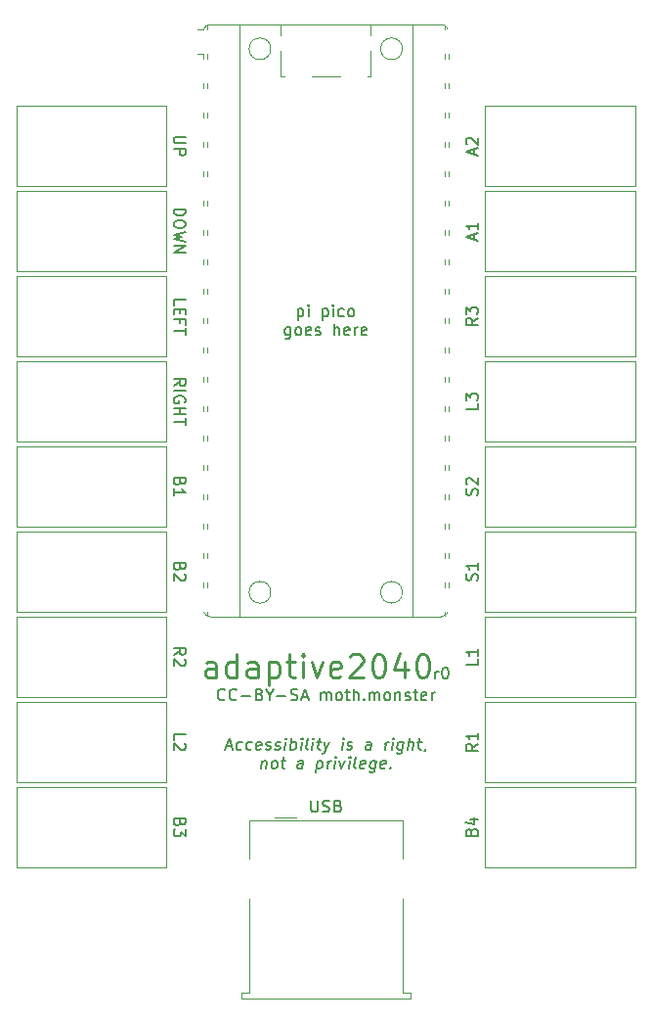
<source format=gbr>
%TF.GenerationSoftware,KiCad,Pcbnew,7.0.10*%
%TF.CreationDate,2024-03-07T13:06:01-05:00*%
%TF.ProjectId,adaptive-2040-nomoth,61646170-7469-4766-952d-323034302d6e,0*%
%TF.SameCoordinates,Original*%
%TF.FileFunction,Legend,Top*%
%TF.FilePolarity,Positive*%
%FSLAX46Y46*%
G04 Gerber Fmt 4.6, Leading zero omitted, Abs format (unit mm)*
G04 Created by KiCad (PCBNEW 7.0.10) date 2024-03-07 13:06:01*
%MOMM*%
%LPD*%
G01*
G04 APERTURE LIST*
%ADD10C,0.150000*%
%ADD11C,0.250000*%
%ADD12C,0.120000*%
G04 APERTURE END LIST*
D10*
X96415904Y-170941104D02*
X96892094Y-170941104D01*
X96284951Y-171226819D02*
X96743285Y-170226819D01*
X96743285Y-170226819D02*
X96951618Y-171226819D01*
X97719475Y-171179200D02*
X97618285Y-171226819D01*
X97618285Y-171226819D02*
X97427809Y-171226819D01*
X97427809Y-171226819D02*
X97338523Y-171179200D01*
X97338523Y-171179200D02*
X97296856Y-171131580D01*
X97296856Y-171131580D02*
X97261142Y-171036342D01*
X97261142Y-171036342D02*
X97296856Y-170750628D01*
X97296856Y-170750628D02*
X97356380Y-170655390D01*
X97356380Y-170655390D02*
X97409951Y-170607771D01*
X97409951Y-170607771D02*
X97511142Y-170560152D01*
X97511142Y-170560152D02*
X97701618Y-170560152D01*
X97701618Y-170560152D02*
X97790904Y-170607771D01*
X98576618Y-171179200D02*
X98475428Y-171226819D01*
X98475428Y-171226819D02*
X98284952Y-171226819D01*
X98284952Y-171226819D02*
X98195666Y-171179200D01*
X98195666Y-171179200D02*
X98153999Y-171131580D01*
X98153999Y-171131580D02*
X98118285Y-171036342D01*
X98118285Y-171036342D02*
X98153999Y-170750628D01*
X98153999Y-170750628D02*
X98213523Y-170655390D01*
X98213523Y-170655390D02*
X98267094Y-170607771D01*
X98267094Y-170607771D02*
X98368285Y-170560152D01*
X98368285Y-170560152D02*
X98558761Y-170560152D01*
X98558761Y-170560152D02*
X98648047Y-170607771D01*
X99386142Y-171179200D02*
X99284952Y-171226819D01*
X99284952Y-171226819D02*
X99094475Y-171226819D01*
X99094475Y-171226819D02*
X99005190Y-171179200D01*
X99005190Y-171179200D02*
X98969475Y-171083961D01*
X98969475Y-171083961D02*
X99017095Y-170703009D01*
X99017095Y-170703009D02*
X99076618Y-170607771D01*
X99076618Y-170607771D02*
X99177809Y-170560152D01*
X99177809Y-170560152D02*
X99368285Y-170560152D01*
X99368285Y-170560152D02*
X99457571Y-170607771D01*
X99457571Y-170607771D02*
X99493285Y-170703009D01*
X99493285Y-170703009D02*
X99481380Y-170798247D01*
X99481380Y-170798247D02*
X98993285Y-170893485D01*
X99814714Y-171179200D02*
X99903999Y-171226819D01*
X99903999Y-171226819D02*
X100094476Y-171226819D01*
X100094476Y-171226819D02*
X100195666Y-171179200D01*
X100195666Y-171179200D02*
X100255190Y-171083961D01*
X100255190Y-171083961D02*
X100261142Y-171036342D01*
X100261142Y-171036342D02*
X100225428Y-170941104D01*
X100225428Y-170941104D02*
X100136142Y-170893485D01*
X100136142Y-170893485D02*
X99993285Y-170893485D01*
X99993285Y-170893485D02*
X99903999Y-170845866D01*
X99903999Y-170845866D02*
X99868285Y-170750628D01*
X99868285Y-170750628D02*
X99874238Y-170703009D01*
X99874238Y-170703009D02*
X99933761Y-170607771D01*
X99933761Y-170607771D02*
X100034952Y-170560152D01*
X100034952Y-170560152D02*
X100177809Y-170560152D01*
X100177809Y-170560152D02*
X100267095Y-170607771D01*
X100624238Y-171179200D02*
X100713523Y-171226819D01*
X100713523Y-171226819D02*
X100904000Y-171226819D01*
X100904000Y-171226819D02*
X101005190Y-171179200D01*
X101005190Y-171179200D02*
X101064714Y-171083961D01*
X101064714Y-171083961D02*
X101070666Y-171036342D01*
X101070666Y-171036342D02*
X101034952Y-170941104D01*
X101034952Y-170941104D02*
X100945666Y-170893485D01*
X100945666Y-170893485D02*
X100802809Y-170893485D01*
X100802809Y-170893485D02*
X100713523Y-170845866D01*
X100713523Y-170845866D02*
X100677809Y-170750628D01*
X100677809Y-170750628D02*
X100683762Y-170703009D01*
X100683762Y-170703009D02*
X100743285Y-170607771D01*
X100743285Y-170607771D02*
X100844476Y-170560152D01*
X100844476Y-170560152D02*
X100987333Y-170560152D01*
X100987333Y-170560152D02*
X101076619Y-170607771D01*
X101475428Y-171226819D02*
X101558762Y-170560152D01*
X101600428Y-170226819D02*
X101546857Y-170274438D01*
X101546857Y-170274438D02*
X101588524Y-170322057D01*
X101588524Y-170322057D02*
X101642095Y-170274438D01*
X101642095Y-170274438D02*
X101600428Y-170226819D01*
X101600428Y-170226819D02*
X101588524Y-170322057D01*
X101951618Y-171226819D02*
X102076618Y-170226819D01*
X102028999Y-170607771D02*
X102130190Y-170560152D01*
X102130190Y-170560152D02*
X102320666Y-170560152D01*
X102320666Y-170560152D02*
X102409952Y-170607771D01*
X102409952Y-170607771D02*
X102451618Y-170655390D01*
X102451618Y-170655390D02*
X102487333Y-170750628D01*
X102487333Y-170750628D02*
X102451618Y-171036342D01*
X102451618Y-171036342D02*
X102392095Y-171131580D01*
X102392095Y-171131580D02*
X102338523Y-171179200D01*
X102338523Y-171179200D02*
X102237333Y-171226819D01*
X102237333Y-171226819D02*
X102046856Y-171226819D01*
X102046856Y-171226819D02*
X101957571Y-171179200D01*
X102856380Y-171226819D02*
X102939714Y-170560152D01*
X102981380Y-170226819D02*
X102927809Y-170274438D01*
X102927809Y-170274438D02*
X102969476Y-170322057D01*
X102969476Y-170322057D02*
X103023047Y-170274438D01*
X103023047Y-170274438D02*
X102981380Y-170226819D01*
X102981380Y-170226819D02*
X102969476Y-170322057D01*
X103475428Y-171226819D02*
X103386142Y-171179200D01*
X103386142Y-171179200D02*
X103350428Y-171083961D01*
X103350428Y-171083961D02*
X103457570Y-170226819D01*
X103856380Y-171226819D02*
X103939714Y-170560152D01*
X103981380Y-170226819D02*
X103927809Y-170274438D01*
X103927809Y-170274438D02*
X103969476Y-170322057D01*
X103969476Y-170322057D02*
X104023047Y-170274438D01*
X104023047Y-170274438D02*
X103981380Y-170226819D01*
X103981380Y-170226819D02*
X103969476Y-170322057D01*
X104273047Y-170560152D02*
X104653999Y-170560152D01*
X104457570Y-170226819D02*
X104350428Y-171083961D01*
X104350428Y-171083961D02*
X104386142Y-171179200D01*
X104386142Y-171179200D02*
X104475428Y-171226819D01*
X104475428Y-171226819D02*
X104570666Y-171226819D01*
X104892095Y-170560152D02*
X105046857Y-171226819D01*
X105368285Y-170560152D02*
X105046857Y-171226819D01*
X105046857Y-171226819D02*
X104921857Y-171464914D01*
X104921857Y-171464914D02*
X104868285Y-171512533D01*
X104868285Y-171512533D02*
X104767095Y-171560152D01*
X106427809Y-171226819D02*
X106511143Y-170560152D01*
X106552809Y-170226819D02*
X106499238Y-170274438D01*
X106499238Y-170274438D02*
X106540905Y-170322057D01*
X106540905Y-170322057D02*
X106594476Y-170274438D01*
X106594476Y-170274438D02*
X106552809Y-170226819D01*
X106552809Y-170226819D02*
X106540905Y-170322057D01*
X106862333Y-171179200D02*
X106951618Y-171226819D01*
X106951618Y-171226819D02*
X107142095Y-171226819D01*
X107142095Y-171226819D02*
X107243285Y-171179200D01*
X107243285Y-171179200D02*
X107302809Y-171083961D01*
X107302809Y-171083961D02*
X107308761Y-171036342D01*
X107308761Y-171036342D02*
X107273047Y-170941104D01*
X107273047Y-170941104D02*
X107183761Y-170893485D01*
X107183761Y-170893485D02*
X107040904Y-170893485D01*
X107040904Y-170893485D02*
X106951618Y-170845866D01*
X106951618Y-170845866D02*
X106915904Y-170750628D01*
X106915904Y-170750628D02*
X106921857Y-170703009D01*
X106921857Y-170703009D02*
X106981380Y-170607771D01*
X106981380Y-170607771D02*
X107082571Y-170560152D01*
X107082571Y-170560152D02*
X107225428Y-170560152D01*
X107225428Y-170560152D02*
X107314714Y-170607771D01*
X108904000Y-171226819D02*
X108969476Y-170703009D01*
X108969476Y-170703009D02*
X108933762Y-170607771D01*
X108933762Y-170607771D02*
X108844476Y-170560152D01*
X108844476Y-170560152D02*
X108654000Y-170560152D01*
X108654000Y-170560152D02*
X108552809Y-170607771D01*
X108909952Y-171179200D02*
X108808762Y-171226819D01*
X108808762Y-171226819D02*
X108570666Y-171226819D01*
X108570666Y-171226819D02*
X108481381Y-171179200D01*
X108481381Y-171179200D02*
X108445666Y-171083961D01*
X108445666Y-171083961D02*
X108457571Y-170988723D01*
X108457571Y-170988723D02*
X108517095Y-170893485D01*
X108517095Y-170893485D02*
X108618286Y-170845866D01*
X108618286Y-170845866D02*
X108856381Y-170845866D01*
X108856381Y-170845866D02*
X108957571Y-170798247D01*
X110142095Y-171226819D02*
X110225429Y-170560152D01*
X110201619Y-170750628D02*
X110261143Y-170655390D01*
X110261143Y-170655390D02*
X110314714Y-170607771D01*
X110314714Y-170607771D02*
X110415905Y-170560152D01*
X110415905Y-170560152D02*
X110511143Y-170560152D01*
X110761143Y-171226819D02*
X110844477Y-170560152D01*
X110886143Y-170226819D02*
X110832572Y-170274438D01*
X110832572Y-170274438D02*
X110874239Y-170322057D01*
X110874239Y-170322057D02*
X110927810Y-170274438D01*
X110927810Y-170274438D02*
X110886143Y-170226819D01*
X110886143Y-170226819D02*
X110874239Y-170322057D01*
X111749238Y-170560152D02*
X111648048Y-171369676D01*
X111648048Y-171369676D02*
X111588524Y-171464914D01*
X111588524Y-171464914D02*
X111534952Y-171512533D01*
X111534952Y-171512533D02*
X111433762Y-171560152D01*
X111433762Y-171560152D02*
X111290905Y-171560152D01*
X111290905Y-171560152D02*
X111201619Y-171512533D01*
X111671857Y-171179200D02*
X111570667Y-171226819D01*
X111570667Y-171226819D02*
X111380191Y-171226819D01*
X111380191Y-171226819D02*
X111290905Y-171179200D01*
X111290905Y-171179200D02*
X111249238Y-171131580D01*
X111249238Y-171131580D02*
X111213524Y-171036342D01*
X111213524Y-171036342D02*
X111249238Y-170750628D01*
X111249238Y-170750628D02*
X111308762Y-170655390D01*
X111308762Y-170655390D02*
X111362333Y-170607771D01*
X111362333Y-170607771D02*
X111463524Y-170560152D01*
X111463524Y-170560152D02*
X111654000Y-170560152D01*
X111654000Y-170560152D02*
X111743286Y-170607771D01*
X112142095Y-171226819D02*
X112267095Y-170226819D01*
X112570667Y-171226819D02*
X112636143Y-170703009D01*
X112636143Y-170703009D02*
X112600429Y-170607771D01*
X112600429Y-170607771D02*
X112511143Y-170560152D01*
X112511143Y-170560152D02*
X112368286Y-170560152D01*
X112368286Y-170560152D02*
X112267095Y-170607771D01*
X112267095Y-170607771D02*
X112213524Y-170655390D01*
X112987334Y-170560152D02*
X113368286Y-170560152D01*
X113171857Y-170226819D02*
X113064715Y-171083961D01*
X113064715Y-171083961D02*
X113100429Y-171179200D01*
X113100429Y-171179200D02*
X113189715Y-171226819D01*
X113189715Y-171226819D02*
X113284953Y-171226819D01*
X113671858Y-171179200D02*
X113665905Y-171226819D01*
X113665905Y-171226819D02*
X113606382Y-171322057D01*
X113606382Y-171322057D02*
X113552810Y-171369676D01*
X99511142Y-172170152D02*
X99427808Y-172836819D01*
X99499237Y-172265390D02*
X99552808Y-172217771D01*
X99552808Y-172217771D02*
X99653999Y-172170152D01*
X99653999Y-172170152D02*
X99796856Y-172170152D01*
X99796856Y-172170152D02*
X99886142Y-172217771D01*
X99886142Y-172217771D02*
X99921856Y-172313009D01*
X99921856Y-172313009D02*
X99856380Y-172836819D01*
X100475428Y-172836819D02*
X100386142Y-172789200D01*
X100386142Y-172789200D02*
X100344475Y-172741580D01*
X100344475Y-172741580D02*
X100308761Y-172646342D01*
X100308761Y-172646342D02*
X100344475Y-172360628D01*
X100344475Y-172360628D02*
X100403999Y-172265390D01*
X100403999Y-172265390D02*
X100457570Y-172217771D01*
X100457570Y-172217771D02*
X100558761Y-172170152D01*
X100558761Y-172170152D02*
X100701618Y-172170152D01*
X100701618Y-172170152D02*
X100790904Y-172217771D01*
X100790904Y-172217771D02*
X100832570Y-172265390D01*
X100832570Y-172265390D02*
X100868285Y-172360628D01*
X100868285Y-172360628D02*
X100832570Y-172646342D01*
X100832570Y-172646342D02*
X100773047Y-172741580D01*
X100773047Y-172741580D02*
X100719475Y-172789200D01*
X100719475Y-172789200D02*
X100618285Y-172836819D01*
X100618285Y-172836819D02*
X100475428Y-172836819D01*
X101177809Y-172170152D02*
X101558761Y-172170152D01*
X101362332Y-171836819D02*
X101255190Y-172693961D01*
X101255190Y-172693961D02*
X101290904Y-172789200D01*
X101290904Y-172789200D02*
X101380190Y-172836819D01*
X101380190Y-172836819D02*
X101475428Y-172836819D01*
X102999238Y-172836819D02*
X103064714Y-172313009D01*
X103064714Y-172313009D02*
X103029000Y-172217771D01*
X103029000Y-172217771D02*
X102939714Y-172170152D01*
X102939714Y-172170152D02*
X102749238Y-172170152D01*
X102749238Y-172170152D02*
X102648047Y-172217771D01*
X103005190Y-172789200D02*
X102904000Y-172836819D01*
X102904000Y-172836819D02*
X102665904Y-172836819D01*
X102665904Y-172836819D02*
X102576619Y-172789200D01*
X102576619Y-172789200D02*
X102540904Y-172693961D01*
X102540904Y-172693961D02*
X102552809Y-172598723D01*
X102552809Y-172598723D02*
X102612333Y-172503485D01*
X102612333Y-172503485D02*
X102713524Y-172455866D01*
X102713524Y-172455866D02*
X102951619Y-172455866D01*
X102951619Y-172455866D02*
X103052809Y-172408247D01*
X104320667Y-172170152D02*
X104195667Y-173170152D01*
X104314714Y-172217771D02*
X104415905Y-172170152D01*
X104415905Y-172170152D02*
X104606381Y-172170152D01*
X104606381Y-172170152D02*
X104695667Y-172217771D01*
X104695667Y-172217771D02*
X104737333Y-172265390D01*
X104737333Y-172265390D02*
X104773048Y-172360628D01*
X104773048Y-172360628D02*
X104737333Y-172646342D01*
X104737333Y-172646342D02*
X104677810Y-172741580D01*
X104677810Y-172741580D02*
X104624238Y-172789200D01*
X104624238Y-172789200D02*
X104523048Y-172836819D01*
X104523048Y-172836819D02*
X104332571Y-172836819D01*
X104332571Y-172836819D02*
X104243286Y-172789200D01*
X105142095Y-172836819D02*
X105225429Y-172170152D01*
X105201619Y-172360628D02*
X105261143Y-172265390D01*
X105261143Y-172265390D02*
X105314714Y-172217771D01*
X105314714Y-172217771D02*
X105415905Y-172170152D01*
X105415905Y-172170152D02*
X105511143Y-172170152D01*
X105761143Y-172836819D02*
X105844477Y-172170152D01*
X105886143Y-171836819D02*
X105832572Y-171884438D01*
X105832572Y-171884438D02*
X105874239Y-171932057D01*
X105874239Y-171932057D02*
X105927810Y-171884438D01*
X105927810Y-171884438D02*
X105886143Y-171836819D01*
X105886143Y-171836819D02*
X105874239Y-171932057D01*
X106225429Y-172170152D02*
X106380191Y-172836819D01*
X106380191Y-172836819D02*
X106701619Y-172170152D01*
X106999238Y-172836819D02*
X107082572Y-172170152D01*
X107124238Y-171836819D02*
X107070667Y-171884438D01*
X107070667Y-171884438D02*
X107112334Y-171932057D01*
X107112334Y-171932057D02*
X107165905Y-171884438D01*
X107165905Y-171884438D02*
X107124238Y-171836819D01*
X107124238Y-171836819D02*
X107112334Y-171932057D01*
X107618286Y-172836819D02*
X107529000Y-172789200D01*
X107529000Y-172789200D02*
X107493286Y-172693961D01*
X107493286Y-172693961D02*
X107600428Y-171836819D01*
X108386143Y-172789200D02*
X108284953Y-172836819D01*
X108284953Y-172836819D02*
X108094476Y-172836819D01*
X108094476Y-172836819D02*
X108005191Y-172789200D01*
X108005191Y-172789200D02*
X107969476Y-172693961D01*
X107969476Y-172693961D02*
X108017096Y-172313009D01*
X108017096Y-172313009D02*
X108076619Y-172217771D01*
X108076619Y-172217771D02*
X108177810Y-172170152D01*
X108177810Y-172170152D02*
X108368286Y-172170152D01*
X108368286Y-172170152D02*
X108457572Y-172217771D01*
X108457572Y-172217771D02*
X108493286Y-172313009D01*
X108493286Y-172313009D02*
X108481381Y-172408247D01*
X108481381Y-172408247D02*
X107993286Y-172503485D01*
X109368286Y-172170152D02*
X109267096Y-172979676D01*
X109267096Y-172979676D02*
X109207572Y-173074914D01*
X109207572Y-173074914D02*
X109154000Y-173122533D01*
X109154000Y-173122533D02*
X109052810Y-173170152D01*
X109052810Y-173170152D02*
X108909953Y-173170152D01*
X108909953Y-173170152D02*
X108820667Y-173122533D01*
X109290905Y-172789200D02*
X109189715Y-172836819D01*
X109189715Y-172836819D02*
X108999239Y-172836819D01*
X108999239Y-172836819D02*
X108909953Y-172789200D01*
X108909953Y-172789200D02*
X108868286Y-172741580D01*
X108868286Y-172741580D02*
X108832572Y-172646342D01*
X108832572Y-172646342D02*
X108868286Y-172360628D01*
X108868286Y-172360628D02*
X108927810Y-172265390D01*
X108927810Y-172265390D02*
X108981381Y-172217771D01*
X108981381Y-172217771D02*
X109082572Y-172170152D01*
X109082572Y-172170152D02*
X109273048Y-172170152D01*
X109273048Y-172170152D02*
X109362334Y-172217771D01*
X110148048Y-172789200D02*
X110046858Y-172836819D01*
X110046858Y-172836819D02*
X109856381Y-172836819D01*
X109856381Y-172836819D02*
X109767096Y-172789200D01*
X109767096Y-172789200D02*
X109731381Y-172693961D01*
X109731381Y-172693961D02*
X109779001Y-172313009D01*
X109779001Y-172313009D02*
X109838524Y-172217771D01*
X109838524Y-172217771D02*
X109939715Y-172170152D01*
X109939715Y-172170152D02*
X110130191Y-172170152D01*
X110130191Y-172170152D02*
X110219477Y-172217771D01*
X110219477Y-172217771D02*
X110255191Y-172313009D01*
X110255191Y-172313009D02*
X110243286Y-172408247D01*
X110243286Y-172408247D02*
X109755191Y-172503485D01*
X110630191Y-172741580D02*
X110671858Y-172789200D01*
X110671858Y-172789200D02*
X110618286Y-172836819D01*
X110618286Y-172836819D02*
X110576620Y-172789200D01*
X110576620Y-172789200D02*
X110630191Y-172741580D01*
X110630191Y-172741580D02*
X110618286Y-172836819D01*
X117898104Y-127079285D02*
X117898104Y-126603095D01*
X118183819Y-127174523D02*
X117183819Y-126841190D01*
X117183819Y-126841190D02*
X118183819Y-126507857D01*
X118183819Y-125650714D02*
X118183819Y-126222142D01*
X118183819Y-125936428D02*
X117183819Y-125936428D01*
X117183819Y-125936428D02*
X117326676Y-126031666D01*
X117326676Y-126031666D02*
X117421914Y-126126904D01*
X117421914Y-126126904D02*
X117469533Y-126222142D01*
X118183819Y-141263666D02*
X118183819Y-141739856D01*
X118183819Y-141739856D02*
X117183819Y-141739856D01*
X117183819Y-141025570D02*
X117183819Y-140406523D01*
X117183819Y-140406523D02*
X117564771Y-140739856D01*
X117564771Y-140739856D02*
X117564771Y-140596999D01*
X117564771Y-140596999D02*
X117612390Y-140501761D01*
X117612390Y-140501761D02*
X117660009Y-140454142D01*
X117660009Y-140454142D02*
X117755247Y-140406523D01*
X117755247Y-140406523D02*
X117993342Y-140406523D01*
X117993342Y-140406523D02*
X118088580Y-140454142D01*
X118088580Y-140454142D02*
X118136200Y-140501761D01*
X118136200Y-140501761D02*
X118183819Y-140596999D01*
X118183819Y-140596999D02*
X118183819Y-140882713D01*
X118183819Y-140882713D02*
X118136200Y-140977951D01*
X118136200Y-140977951D02*
X118088580Y-141025570D01*
X92397990Y-177522238D02*
X92350371Y-177665095D01*
X92350371Y-177665095D02*
X92302752Y-177712714D01*
X92302752Y-177712714D02*
X92207514Y-177760333D01*
X92207514Y-177760333D02*
X92064657Y-177760333D01*
X92064657Y-177760333D02*
X91969419Y-177712714D01*
X91969419Y-177712714D02*
X91921800Y-177665095D01*
X91921800Y-177665095D02*
X91874180Y-177569857D01*
X91874180Y-177569857D02*
X91874180Y-177188905D01*
X91874180Y-177188905D02*
X92874180Y-177188905D01*
X92874180Y-177188905D02*
X92874180Y-177522238D01*
X92874180Y-177522238D02*
X92826561Y-177617476D01*
X92826561Y-177617476D02*
X92778942Y-177665095D01*
X92778942Y-177665095D02*
X92683704Y-177712714D01*
X92683704Y-177712714D02*
X92588466Y-177712714D01*
X92588466Y-177712714D02*
X92493228Y-177665095D01*
X92493228Y-177665095D02*
X92445609Y-177617476D01*
X92445609Y-177617476D02*
X92397990Y-177522238D01*
X92397990Y-177522238D02*
X92397990Y-177188905D01*
X92874180Y-178093667D02*
X92874180Y-178712714D01*
X92874180Y-178712714D02*
X92493228Y-178379381D01*
X92493228Y-178379381D02*
X92493228Y-178522238D01*
X92493228Y-178522238D02*
X92445609Y-178617476D01*
X92445609Y-178617476D02*
X92397990Y-178665095D01*
X92397990Y-178665095D02*
X92302752Y-178712714D01*
X92302752Y-178712714D02*
X92064657Y-178712714D01*
X92064657Y-178712714D02*
X91969419Y-178665095D01*
X91969419Y-178665095D02*
X91921800Y-178617476D01*
X91921800Y-178617476D02*
X91874180Y-178522238D01*
X91874180Y-178522238D02*
X91874180Y-178236524D01*
X91874180Y-178236524D02*
X91921800Y-178141286D01*
X91921800Y-178141286D02*
X91969419Y-178093667D01*
X92397990Y-148058238D02*
X92350371Y-148201095D01*
X92350371Y-148201095D02*
X92302752Y-148248714D01*
X92302752Y-148248714D02*
X92207514Y-148296333D01*
X92207514Y-148296333D02*
X92064657Y-148296333D01*
X92064657Y-148296333D02*
X91969419Y-148248714D01*
X91969419Y-148248714D02*
X91921800Y-148201095D01*
X91921800Y-148201095D02*
X91874180Y-148105857D01*
X91874180Y-148105857D02*
X91874180Y-147724905D01*
X91874180Y-147724905D02*
X92874180Y-147724905D01*
X92874180Y-147724905D02*
X92874180Y-148058238D01*
X92874180Y-148058238D02*
X92826561Y-148153476D01*
X92826561Y-148153476D02*
X92778942Y-148201095D01*
X92778942Y-148201095D02*
X92683704Y-148248714D01*
X92683704Y-148248714D02*
X92588466Y-148248714D01*
X92588466Y-148248714D02*
X92493228Y-148201095D01*
X92493228Y-148201095D02*
X92445609Y-148153476D01*
X92445609Y-148153476D02*
X92397990Y-148058238D01*
X92397990Y-148058238D02*
X92397990Y-147724905D01*
X91874180Y-149248714D02*
X91874180Y-148677286D01*
X91874180Y-148963000D02*
X92874180Y-148963000D01*
X92874180Y-148963000D02*
X92731323Y-148867762D01*
X92731323Y-148867762D02*
X92636085Y-148772524D01*
X92636085Y-148772524D02*
X92588466Y-148677286D01*
X96290904Y-166856580D02*
X96243285Y-166904200D01*
X96243285Y-166904200D02*
X96100428Y-166951819D01*
X96100428Y-166951819D02*
X96005190Y-166951819D01*
X96005190Y-166951819D02*
X95862333Y-166904200D01*
X95862333Y-166904200D02*
X95767095Y-166808961D01*
X95767095Y-166808961D02*
X95719476Y-166713723D01*
X95719476Y-166713723D02*
X95671857Y-166523247D01*
X95671857Y-166523247D02*
X95671857Y-166380390D01*
X95671857Y-166380390D02*
X95719476Y-166189914D01*
X95719476Y-166189914D02*
X95767095Y-166094676D01*
X95767095Y-166094676D02*
X95862333Y-165999438D01*
X95862333Y-165999438D02*
X96005190Y-165951819D01*
X96005190Y-165951819D02*
X96100428Y-165951819D01*
X96100428Y-165951819D02*
X96243285Y-165999438D01*
X96243285Y-165999438D02*
X96290904Y-166047057D01*
X97290904Y-166856580D02*
X97243285Y-166904200D01*
X97243285Y-166904200D02*
X97100428Y-166951819D01*
X97100428Y-166951819D02*
X97005190Y-166951819D01*
X97005190Y-166951819D02*
X96862333Y-166904200D01*
X96862333Y-166904200D02*
X96767095Y-166808961D01*
X96767095Y-166808961D02*
X96719476Y-166713723D01*
X96719476Y-166713723D02*
X96671857Y-166523247D01*
X96671857Y-166523247D02*
X96671857Y-166380390D01*
X96671857Y-166380390D02*
X96719476Y-166189914D01*
X96719476Y-166189914D02*
X96767095Y-166094676D01*
X96767095Y-166094676D02*
X96862333Y-165999438D01*
X96862333Y-165999438D02*
X97005190Y-165951819D01*
X97005190Y-165951819D02*
X97100428Y-165951819D01*
X97100428Y-165951819D02*
X97243285Y-165999438D01*
X97243285Y-165999438D02*
X97290904Y-166047057D01*
X97719476Y-166570866D02*
X98481381Y-166570866D01*
X99290904Y-166428009D02*
X99433761Y-166475628D01*
X99433761Y-166475628D02*
X99481380Y-166523247D01*
X99481380Y-166523247D02*
X99528999Y-166618485D01*
X99528999Y-166618485D02*
X99528999Y-166761342D01*
X99528999Y-166761342D02*
X99481380Y-166856580D01*
X99481380Y-166856580D02*
X99433761Y-166904200D01*
X99433761Y-166904200D02*
X99338523Y-166951819D01*
X99338523Y-166951819D02*
X98957571Y-166951819D01*
X98957571Y-166951819D02*
X98957571Y-165951819D01*
X98957571Y-165951819D02*
X99290904Y-165951819D01*
X99290904Y-165951819D02*
X99386142Y-165999438D01*
X99386142Y-165999438D02*
X99433761Y-166047057D01*
X99433761Y-166047057D02*
X99481380Y-166142295D01*
X99481380Y-166142295D02*
X99481380Y-166237533D01*
X99481380Y-166237533D02*
X99433761Y-166332771D01*
X99433761Y-166332771D02*
X99386142Y-166380390D01*
X99386142Y-166380390D02*
X99290904Y-166428009D01*
X99290904Y-166428009D02*
X98957571Y-166428009D01*
X100148047Y-166475628D02*
X100148047Y-166951819D01*
X99814714Y-165951819D02*
X100148047Y-166475628D01*
X100148047Y-166475628D02*
X100481380Y-165951819D01*
X100814714Y-166570866D02*
X101576619Y-166570866D01*
X102005190Y-166904200D02*
X102148047Y-166951819D01*
X102148047Y-166951819D02*
X102386142Y-166951819D01*
X102386142Y-166951819D02*
X102481380Y-166904200D01*
X102481380Y-166904200D02*
X102528999Y-166856580D01*
X102528999Y-166856580D02*
X102576618Y-166761342D01*
X102576618Y-166761342D02*
X102576618Y-166666104D01*
X102576618Y-166666104D02*
X102528999Y-166570866D01*
X102528999Y-166570866D02*
X102481380Y-166523247D01*
X102481380Y-166523247D02*
X102386142Y-166475628D01*
X102386142Y-166475628D02*
X102195666Y-166428009D01*
X102195666Y-166428009D02*
X102100428Y-166380390D01*
X102100428Y-166380390D02*
X102052809Y-166332771D01*
X102052809Y-166332771D02*
X102005190Y-166237533D01*
X102005190Y-166237533D02*
X102005190Y-166142295D01*
X102005190Y-166142295D02*
X102052809Y-166047057D01*
X102052809Y-166047057D02*
X102100428Y-165999438D01*
X102100428Y-165999438D02*
X102195666Y-165951819D01*
X102195666Y-165951819D02*
X102433761Y-165951819D01*
X102433761Y-165951819D02*
X102576618Y-165999438D01*
X102957571Y-166666104D02*
X103433761Y-166666104D01*
X102862333Y-166951819D02*
X103195666Y-165951819D01*
X103195666Y-165951819D02*
X103528999Y-166951819D01*
X104624238Y-166951819D02*
X104624238Y-166285152D01*
X104624238Y-166380390D02*
X104671857Y-166332771D01*
X104671857Y-166332771D02*
X104767095Y-166285152D01*
X104767095Y-166285152D02*
X104909952Y-166285152D01*
X104909952Y-166285152D02*
X105005190Y-166332771D01*
X105005190Y-166332771D02*
X105052809Y-166428009D01*
X105052809Y-166428009D02*
X105052809Y-166951819D01*
X105052809Y-166428009D02*
X105100428Y-166332771D01*
X105100428Y-166332771D02*
X105195666Y-166285152D01*
X105195666Y-166285152D02*
X105338523Y-166285152D01*
X105338523Y-166285152D02*
X105433762Y-166332771D01*
X105433762Y-166332771D02*
X105481381Y-166428009D01*
X105481381Y-166428009D02*
X105481381Y-166951819D01*
X106100428Y-166951819D02*
X106005190Y-166904200D01*
X106005190Y-166904200D02*
X105957571Y-166856580D01*
X105957571Y-166856580D02*
X105909952Y-166761342D01*
X105909952Y-166761342D02*
X105909952Y-166475628D01*
X105909952Y-166475628D02*
X105957571Y-166380390D01*
X105957571Y-166380390D02*
X106005190Y-166332771D01*
X106005190Y-166332771D02*
X106100428Y-166285152D01*
X106100428Y-166285152D02*
X106243285Y-166285152D01*
X106243285Y-166285152D02*
X106338523Y-166332771D01*
X106338523Y-166332771D02*
X106386142Y-166380390D01*
X106386142Y-166380390D02*
X106433761Y-166475628D01*
X106433761Y-166475628D02*
X106433761Y-166761342D01*
X106433761Y-166761342D02*
X106386142Y-166856580D01*
X106386142Y-166856580D02*
X106338523Y-166904200D01*
X106338523Y-166904200D02*
X106243285Y-166951819D01*
X106243285Y-166951819D02*
X106100428Y-166951819D01*
X106719476Y-166285152D02*
X107100428Y-166285152D01*
X106862333Y-165951819D02*
X106862333Y-166808961D01*
X106862333Y-166808961D02*
X106909952Y-166904200D01*
X106909952Y-166904200D02*
X107005190Y-166951819D01*
X107005190Y-166951819D02*
X107100428Y-166951819D01*
X107433762Y-166951819D02*
X107433762Y-165951819D01*
X107862333Y-166951819D02*
X107862333Y-166428009D01*
X107862333Y-166428009D02*
X107814714Y-166332771D01*
X107814714Y-166332771D02*
X107719476Y-166285152D01*
X107719476Y-166285152D02*
X107576619Y-166285152D01*
X107576619Y-166285152D02*
X107481381Y-166332771D01*
X107481381Y-166332771D02*
X107433762Y-166380390D01*
X108338524Y-166856580D02*
X108386143Y-166904200D01*
X108386143Y-166904200D02*
X108338524Y-166951819D01*
X108338524Y-166951819D02*
X108290905Y-166904200D01*
X108290905Y-166904200D02*
X108338524Y-166856580D01*
X108338524Y-166856580D02*
X108338524Y-166951819D01*
X108814714Y-166951819D02*
X108814714Y-166285152D01*
X108814714Y-166380390D02*
X108862333Y-166332771D01*
X108862333Y-166332771D02*
X108957571Y-166285152D01*
X108957571Y-166285152D02*
X109100428Y-166285152D01*
X109100428Y-166285152D02*
X109195666Y-166332771D01*
X109195666Y-166332771D02*
X109243285Y-166428009D01*
X109243285Y-166428009D02*
X109243285Y-166951819D01*
X109243285Y-166428009D02*
X109290904Y-166332771D01*
X109290904Y-166332771D02*
X109386142Y-166285152D01*
X109386142Y-166285152D02*
X109528999Y-166285152D01*
X109528999Y-166285152D02*
X109624238Y-166332771D01*
X109624238Y-166332771D02*
X109671857Y-166428009D01*
X109671857Y-166428009D02*
X109671857Y-166951819D01*
X110290904Y-166951819D02*
X110195666Y-166904200D01*
X110195666Y-166904200D02*
X110148047Y-166856580D01*
X110148047Y-166856580D02*
X110100428Y-166761342D01*
X110100428Y-166761342D02*
X110100428Y-166475628D01*
X110100428Y-166475628D02*
X110148047Y-166380390D01*
X110148047Y-166380390D02*
X110195666Y-166332771D01*
X110195666Y-166332771D02*
X110290904Y-166285152D01*
X110290904Y-166285152D02*
X110433761Y-166285152D01*
X110433761Y-166285152D02*
X110528999Y-166332771D01*
X110528999Y-166332771D02*
X110576618Y-166380390D01*
X110576618Y-166380390D02*
X110624237Y-166475628D01*
X110624237Y-166475628D02*
X110624237Y-166761342D01*
X110624237Y-166761342D02*
X110576618Y-166856580D01*
X110576618Y-166856580D02*
X110528999Y-166904200D01*
X110528999Y-166904200D02*
X110433761Y-166951819D01*
X110433761Y-166951819D02*
X110290904Y-166951819D01*
X111052809Y-166285152D02*
X111052809Y-166951819D01*
X111052809Y-166380390D02*
X111100428Y-166332771D01*
X111100428Y-166332771D02*
X111195666Y-166285152D01*
X111195666Y-166285152D02*
X111338523Y-166285152D01*
X111338523Y-166285152D02*
X111433761Y-166332771D01*
X111433761Y-166332771D02*
X111481380Y-166428009D01*
X111481380Y-166428009D02*
X111481380Y-166951819D01*
X111909952Y-166904200D02*
X112005190Y-166951819D01*
X112005190Y-166951819D02*
X112195666Y-166951819D01*
X112195666Y-166951819D02*
X112290904Y-166904200D01*
X112290904Y-166904200D02*
X112338523Y-166808961D01*
X112338523Y-166808961D02*
X112338523Y-166761342D01*
X112338523Y-166761342D02*
X112290904Y-166666104D01*
X112290904Y-166666104D02*
X112195666Y-166618485D01*
X112195666Y-166618485D02*
X112052809Y-166618485D01*
X112052809Y-166618485D02*
X111957571Y-166570866D01*
X111957571Y-166570866D02*
X111909952Y-166475628D01*
X111909952Y-166475628D02*
X111909952Y-166428009D01*
X111909952Y-166428009D02*
X111957571Y-166332771D01*
X111957571Y-166332771D02*
X112052809Y-166285152D01*
X112052809Y-166285152D02*
X112195666Y-166285152D01*
X112195666Y-166285152D02*
X112290904Y-166332771D01*
X112624238Y-166285152D02*
X113005190Y-166285152D01*
X112767095Y-165951819D02*
X112767095Y-166808961D01*
X112767095Y-166808961D02*
X112814714Y-166904200D01*
X112814714Y-166904200D02*
X112909952Y-166951819D01*
X112909952Y-166951819D02*
X113005190Y-166951819D01*
X113719476Y-166904200D02*
X113624238Y-166951819D01*
X113624238Y-166951819D02*
X113433762Y-166951819D01*
X113433762Y-166951819D02*
X113338524Y-166904200D01*
X113338524Y-166904200D02*
X113290905Y-166808961D01*
X113290905Y-166808961D02*
X113290905Y-166428009D01*
X113290905Y-166428009D02*
X113338524Y-166332771D01*
X113338524Y-166332771D02*
X113433762Y-166285152D01*
X113433762Y-166285152D02*
X113624238Y-166285152D01*
X113624238Y-166285152D02*
X113719476Y-166332771D01*
X113719476Y-166332771D02*
X113767095Y-166428009D01*
X113767095Y-166428009D02*
X113767095Y-166523247D01*
X113767095Y-166523247D02*
X113290905Y-166618485D01*
X114195667Y-166951819D02*
X114195667Y-166285152D01*
X114195667Y-166475628D02*
X114243286Y-166380390D01*
X114243286Y-166380390D02*
X114290905Y-166332771D01*
X114290905Y-166332771D02*
X114386143Y-166285152D01*
X114386143Y-166285152D02*
X114481381Y-166285152D01*
X118183819Y-133897666D02*
X117707628Y-134230999D01*
X118183819Y-134469094D02*
X117183819Y-134469094D01*
X117183819Y-134469094D02*
X117183819Y-134088142D01*
X117183819Y-134088142D02*
X117231438Y-133992904D01*
X117231438Y-133992904D02*
X117279057Y-133945285D01*
X117279057Y-133945285D02*
X117374295Y-133897666D01*
X117374295Y-133897666D02*
X117517152Y-133897666D01*
X117517152Y-133897666D02*
X117612390Y-133945285D01*
X117612390Y-133945285D02*
X117660009Y-133992904D01*
X117660009Y-133992904D02*
X117707628Y-134088142D01*
X117707628Y-134088142D02*
X117707628Y-134469094D01*
X117183819Y-133564332D02*
X117183819Y-132945285D01*
X117183819Y-132945285D02*
X117564771Y-133278618D01*
X117564771Y-133278618D02*
X117564771Y-133135761D01*
X117564771Y-133135761D02*
X117612390Y-133040523D01*
X117612390Y-133040523D02*
X117660009Y-132992904D01*
X117660009Y-132992904D02*
X117755247Y-132945285D01*
X117755247Y-132945285D02*
X117993342Y-132945285D01*
X117993342Y-132945285D02*
X118088580Y-132992904D01*
X118088580Y-132992904D02*
X118136200Y-133040523D01*
X118136200Y-133040523D02*
X118183819Y-133135761D01*
X118183819Y-133135761D02*
X118183819Y-133421475D01*
X118183819Y-133421475D02*
X118136200Y-133516713D01*
X118136200Y-133516713D02*
X118088580Y-133564332D01*
X91874180Y-170394333D02*
X91874180Y-169918143D01*
X91874180Y-169918143D02*
X92874180Y-169918143D01*
X92778942Y-170680048D02*
X92826561Y-170727667D01*
X92826561Y-170727667D02*
X92874180Y-170822905D01*
X92874180Y-170822905D02*
X92874180Y-171061000D01*
X92874180Y-171061000D02*
X92826561Y-171156238D01*
X92826561Y-171156238D02*
X92778942Y-171203857D01*
X92778942Y-171203857D02*
X92683704Y-171251476D01*
X92683704Y-171251476D02*
X92588466Y-171251476D01*
X92588466Y-171251476D02*
X92445609Y-171203857D01*
X92445609Y-171203857D02*
X91874180Y-170632429D01*
X91874180Y-170632429D02*
X91874180Y-171251476D01*
X118136200Y-149224904D02*
X118183819Y-149082047D01*
X118183819Y-149082047D02*
X118183819Y-148843952D01*
X118183819Y-148843952D02*
X118136200Y-148748714D01*
X118136200Y-148748714D02*
X118088580Y-148701095D01*
X118088580Y-148701095D02*
X117993342Y-148653476D01*
X117993342Y-148653476D02*
X117898104Y-148653476D01*
X117898104Y-148653476D02*
X117802866Y-148701095D01*
X117802866Y-148701095D02*
X117755247Y-148748714D01*
X117755247Y-148748714D02*
X117707628Y-148843952D01*
X117707628Y-148843952D02*
X117660009Y-149034428D01*
X117660009Y-149034428D02*
X117612390Y-149129666D01*
X117612390Y-149129666D02*
X117564771Y-149177285D01*
X117564771Y-149177285D02*
X117469533Y-149224904D01*
X117469533Y-149224904D02*
X117374295Y-149224904D01*
X117374295Y-149224904D02*
X117279057Y-149177285D01*
X117279057Y-149177285D02*
X117231438Y-149129666D01*
X117231438Y-149129666D02*
X117183819Y-149034428D01*
X117183819Y-149034428D02*
X117183819Y-148796333D01*
X117183819Y-148796333D02*
X117231438Y-148653476D01*
X117279057Y-148272523D02*
X117231438Y-148224904D01*
X117231438Y-148224904D02*
X117183819Y-148129666D01*
X117183819Y-148129666D02*
X117183819Y-147891571D01*
X117183819Y-147891571D02*
X117231438Y-147796333D01*
X117231438Y-147796333D02*
X117279057Y-147748714D01*
X117279057Y-147748714D02*
X117374295Y-147701095D01*
X117374295Y-147701095D02*
X117469533Y-147701095D01*
X117469533Y-147701095D02*
X117612390Y-147748714D01*
X117612390Y-147748714D02*
X118183819Y-148320142D01*
X118183819Y-148320142D02*
X118183819Y-147701095D01*
X118183819Y-163361666D02*
X118183819Y-163837856D01*
X118183819Y-163837856D02*
X117183819Y-163837856D01*
X118183819Y-162504523D02*
X118183819Y-163075951D01*
X118183819Y-162790237D02*
X117183819Y-162790237D01*
X117183819Y-162790237D02*
X117326676Y-162885475D01*
X117326676Y-162885475D02*
X117421914Y-162980713D01*
X117421914Y-162980713D02*
X117469533Y-163075951D01*
X103767095Y-175603819D02*
X103767095Y-176413342D01*
X103767095Y-176413342D02*
X103814714Y-176508580D01*
X103814714Y-176508580D02*
X103862333Y-176556200D01*
X103862333Y-176556200D02*
X103957571Y-176603819D01*
X103957571Y-176603819D02*
X104148047Y-176603819D01*
X104148047Y-176603819D02*
X104243285Y-176556200D01*
X104243285Y-176556200D02*
X104290904Y-176508580D01*
X104290904Y-176508580D02*
X104338523Y-176413342D01*
X104338523Y-176413342D02*
X104338523Y-175603819D01*
X104767095Y-176556200D02*
X104909952Y-176603819D01*
X104909952Y-176603819D02*
X105148047Y-176603819D01*
X105148047Y-176603819D02*
X105243285Y-176556200D01*
X105243285Y-176556200D02*
X105290904Y-176508580D01*
X105290904Y-176508580D02*
X105338523Y-176413342D01*
X105338523Y-176413342D02*
X105338523Y-176318104D01*
X105338523Y-176318104D02*
X105290904Y-176222866D01*
X105290904Y-176222866D02*
X105243285Y-176175247D01*
X105243285Y-176175247D02*
X105148047Y-176127628D01*
X105148047Y-176127628D02*
X104957571Y-176080009D01*
X104957571Y-176080009D02*
X104862333Y-176032390D01*
X104862333Y-176032390D02*
X104814714Y-175984771D01*
X104814714Y-175984771D02*
X104767095Y-175889533D01*
X104767095Y-175889533D02*
X104767095Y-175794295D01*
X104767095Y-175794295D02*
X104814714Y-175699057D01*
X104814714Y-175699057D02*
X104862333Y-175651438D01*
X104862333Y-175651438D02*
X104957571Y-175603819D01*
X104957571Y-175603819D02*
X105195666Y-175603819D01*
X105195666Y-175603819D02*
X105338523Y-175651438D01*
X106100428Y-176080009D02*
X106243285Y-176127628D01*
X106243285Y-176127628D02*
X106290904Y-176175247D01*
X106290904Y-176175247D02*
X106338523Y-176270485D01*
X106338523Y-176270485D02*
X106338523Y-176413342D01*
X106338523Y-176413342D02*
X106290904Y-176508580D01*
X106290904Y-176508580D02*
X106243285Y-176556200D01*
X106243285Y-176556200D02*
X106148047Y-176603819D01*
X106148047Y-176603819D02*
X105767095Y-176603819D01*
X105767095Y-176603819D02*
X105767095Y-175603819D01*
X105767095Y-175603819D02*
X106100428Y-175603819D01*
X106100428Y-175603819D02*
X106195666Y-175651438D01*
X106195666Y-175651438D02*
X106243285Y-175699057D01*
X106243285Y-175699057D02*
X106290904Y-175794295D01*
X106290904Y-175794295D02*
X106290904Y-175889533D01*
X106290904Y-175889533D02*
X106243285Y-175984771D01*
X106243285Y-175984771D02*
X106195666Y-176032390D01*
X106195666Y-176032390D02*
X106100428Y-176080009D01*
X106100428Y-176080009D02*
X105767095Y-176080009D01*
X117660009Y-178331761D02*
X117707628Y-178188904D01*
X117707628Y-178188904D02*
X117755247Y-178141285D01*
X117755247Y-178141285D02*
X117850485Y-178093666D01*
X117850485Y-178093666D02*
X117993342Y-178093666D01*
X117993342Y-178093666D02*
X118088580Y-178141285D01*
X118088580Y-178141285D02*
X118136200Y-178188904D01*
X118136200Y-178188904D02*
X118183819Y-178284142D01*
X118183819Y-178284142D02*
X118183819Y-178665094D01*
X118183819Y-178665094D02*
X117183819Y-178665094D01*
X117183819Y-178665094D02*
X117183819Y-178331761D01*
X117183819Y-178331761D02*
X117231438Y-178236523D01*
X117231438Y-178236523D02*
X117279057Y-178188904D01*
X117279057Y-178188904D02*
X117374295Y-178141285D01*
X117374295Y-178141285D02*
X117469533Y-178141285D01*
X117469533Y-178141285D02*
X117564771Y-178188904D01*
X117564771Y-178188904D02*
X117612390Y-178236523D01*
X117612390Y-178236523D02*
X117660009Y-178331761D01*
X117660009Y-178331761D02*
X117660009Y-178665094D01*
X117517152Y-177236523D02*
X118183819Y-177236523D01*
X117136200Y-177474618D02*
X117850485Y-177712713D01*
X117850485Y-177712713D02*
X117850485Y-177093666D01*
X91874180Y-163028333D02*
X92350371Y-162695000D01*
X91874180Y-162456905D02*
X92874180Y-162456905D01*
X92874180Y-162456905D02*
X92874180Y-162837857D01*
X92874180Y-162837857D02*
X92826561Y-162933095D01*
X92826561Y-162933095D02*
X92778942Y-162980714D01*
X92778942Y-162980714D02*
X92683704Y-163028333D01*
X92683704Y-163028333D02*
X92540847Y-163028333D01*
X92540847Y-163028333D02*
X92445609Y-162980714D01*
X92445609Y-162980714D02*
X92397990Y-162933095D01*
X92397990Y-162933095D02*
X92350371Y-162837857D01*
X92350371Y-162837857D02*
X92350371Y-162456905D01*
X92778942Y-163409286D02*
X92826561Y-163456905D01*
X92826561Y-163456905D02*
X92874180Y-163552143D01*
X92874180Y-163552143D02*
X92874180Y-163790238D01*
X92874180Y-163790238D02*
X92826561Y-163885476D01*
X92826561Y-163885476D02*
X92778942Y-163933095D01*
X92778942Y-163933095D02*
X92683704Y-163980714D01*
X92683704Y-163980714D02*
X92588466Y-163980714D01*
X92588466Y-163980714D02*
X92445609Y-163933095D01*
X92445609Y-163933095D02*
X91874180Y-163361667D01*
X91874180Y-163361667D02*
X91874180Y-163980714D01*
D11*
X95505094Y-164969238D02*
X95505094Y-163921619D01*
X95505094Y-163921619D02*
X95409856Y-163731142D01*
X95409856Y-163731142D02*
X95219380Y-163635904D01*
X95219380Y-163635904D02*
X94838427Y-163635904D01*
X94838427Y-163635904D02*
X94647951Y-163731142D01*
X95505094Y-164874000D02*
X95314618Y-164969238D01*
X95314618Y-164969238D02*
X94838427Y-164969238D01*
X94838427Y-164969238D02*
X94647951Y-164874000D01*
X94647951Y-164874000D02*
X94552713Y-164683523D01*
X94552713Y-164683523D02*
X94552713Y-164493047D01*
X94552713Y-164493047D02*
X94647951Y-164302571D01*
X94647951Y-164302571D02*
X94838427Y-164207333D01*
X94838427Y-164207333D02*
X95314618Y-164207333D01*
X95314618Y-164207333D02*
X95505094Y-164112095D01*
X97314618Y-164969238D02*
X97314618Y-162969238D01*
X97314618Y-164874000D02*
X97124142Y-164969238D01*
X97124142Y-164969238D02*
X96743189Y-164969238D01*
X96743189Y-164969238D02*
X96552713Y-164874000D01*
X96552713Y-164874000D02*
X96457475Y-164778761D01*
X96457475Y-164778761D02*
X96362237Y-164588285D01*
X96362237Y-164588285D02*
X96362237Y-164016857D01*
X96362237Y-164016857D02*
X96457475Y-163826380D01*
X96457475Y-163826380D02*
X96552713Y-163731142D01*
X96552713Y-163731142D02*
X96743189Y-163635904D01*
X96743189Y-163635904D02*
X97124142Y-163635904D01*
X97124142Y-163635904D02*
X97314618Y-163731142D01*
X99124142Y-164969238D02*
X99124142Y-163921619D01*
X99124142Y-163921619D02*
X99028904Y-163731142D01*
X99028904Y-163731142D02*
X98838428Y-163635904D01*
X98838428Y-163635904D02*
X98457475Y-163635904D01*
X98457475Y-163635904D02*
X98266999Y-163731142D01*
X99124142Y-164874000D02*
X98933666Y-164969238D01*
X98933666Y-164969238D02*
X98457475Y-164969238D01*
X98457475Y-164969238D02*
X98266999Y-164874000D01*
X98266999Y-164874000D02*
X98171761Y-164683523D01*
X98171761Y-164683523D02*
X98171761Y-164493047D01*
X98171761Y-164493047D02*
X98266999Y-164302571D01*
X98266999Y-164302571D02*
X98457475Y-164207333D01*
X98457475Y-164207333D02*
X98933666Y-164207333D01*
X98933666Y-164207333D02*
X99124142Y-164112095D01*
X100076523Y-163635904D02*
X100076523Y-165635904D01*
X100076523Y-163731142D02*
X100266999Y-163635904D01*
X100266999Y-163635904D02*
X100647952Y-163635904D01*
X100647952Y-163635904D02*
X100838428Y-163731142D01*
X100838428Y-163731142D02*
X100933666Y-163826380D01*
X100933666Y-163826380D02*
X101028904Y-164016857D01*
X101028904Y-164016857D02*
X101028904Y-164588285D01*
X101028904Y-164588285D02*
X100933666Y-164778761D01*
X100933666Y-164778761D02*
X100838428Y-164874000D01*
X100838428Y-164874000D02*
X100647952Y-164969238D01*
X100647952Y-164969238D02*
X100266999Y-164969238D01*
X100266999Y-164969238D02*
X100076523Y-164874000D01*
X101600333Y-163635904D02*
X102362237Y-163635904D01*
X101886047Y-162969238D02*
X101886047Y-164683523D01*
X101886047Y-164683523D02*
X101981285Y-164874000D01*
X101981285Y-164874000D02*
X102171761Y-164969238D01*
X102171761Y-164969238D02*
X102362237Y-164969238D01*
X103028904Y-164969238D02*
X103028904Y-163635904D01*
X103028904Y-162969238D02*
X102933666Y-163064476D01*
X102933666Y-163064476D02*
X103028904Y-163159714D01*
X103028904Y-163159714D02*
X103124142Y-163064476D01*
X103124142Y-163064476D02*
X103028904Y-162969238D01*
X103028904Y-162969238D02*
X103028904Y-163159714D01*
X103790809Y-163635904D02*
X104266999Y-164969238D01*
X104266999Y-164969238D02*
X104743190Y-163635904D01*
X106267000Y-164874000D02*
X106076524Y-164969238D01*
X106076524Y-164969238D02*
X105695571Y-164969238D01*
X105695571Y-164969238D02*
X105505095Y-164874000D01*
X105505095Y-164874000D02*
X105409857Y-164683523D01*
X105409857Y-164683523D02*
X105409857Y-163921619D01*
X105409857Y-163921619D02*
X105505095Y-163731142D01*
X105505095Y-163731142D02*
X105695571Y-163635904D01*
X105695571Y-163635904D02*
X106076524Y-163635904D01*
X106076524Y-163635904D02*
X106267000Y-163731142D01*
X106267000Y-163731142D02*
X106362238Y-163921619D01*
X106362238Y-163921619D02*
X106362238Y-164112095D01*
X106362238Y-164112095D02*
X105409857Y-164302571D01*
X107124143Y-163159714D02*
X107219381Y-163064476D01*
X107219381Y-163064476D02*
X107409857Y-162969238D01*
X107409857Y-162969238D02*
X107886048Y-162969238D01*
X107886048Y-162969238D02*
X108076524Y-163064476D01*
X108076524Y-163064476D02*
X108171762Y-163159714D01*
X108171762Y-163159714D02*
X108267000Y-163350190D01*
X108267000Y-163350190D02*
X108267000Y-163540666D01*
X108267000Y-163540666D02*
X108171762Y-163826380D01*
X108171762Y-163826380D02*
X107028905Y-164969238D01*
X107028905Y-164969238D02*
X108267000Y-164969238D01*
X109505095Y-162969238D02*
X109695572Y-162969238D01*
X109695572Y-162969238D02*
X109886048Y-163064476D01*
X109886048Y-163064476D02*
X109981286Y-163159714D01*
X109981286Y-163159714D02*
X110076524Y-163350190D01*
X110076524Y-163350190D02*
X110171762Y-163731142D01*
X110171762Y-163731142D02*
X110171762Y-164207333D01*
X110171762Y-164207333D02*
X110076524Y-164588285D01*
X110076524Y-164588285D02*
X109981286Y-164778761D01*
X109981286Y-164778761D02*
X109886048Y-164874000D01*
X109886048Y-164874000D02*
X109695572Y-164969238D01*
X109695572Y-164969238D02*
X109505095Y-164969238D01*
X109505095Y-164969238D02*
X109314619Y-164874000D01*
X109314619Y-164874000D02*
X109219381Y-164778761D01*
X109219381Y-164778761D02*
X109124143Y-164588285D01*
X109124143Y-164588285D02*
X109028905Y-164207333D01*
X109028905Y-164207333D02*
X109028905Y-163731142D01*
X109028905Y-163731142D02*
X109124143Y-163350190D01*
X109124143Y-163350190D02*
X109219381Y-163159714D01*
X109219381Y-163159714D02*
X109314619Y-163064476D01*
X109314619Y-163064476D02*
X109505095Y-162969238D01*
X111886048Y-163635904D02*
X111886048Y-164969238D01*
X111409857Y-162874000D02*
X110933667Y-164302571D01*
X110933667Y-164302571D02*
X112171762Y-164302571D01*
X113314619Y-162969238D02*
X113505096Y-162969238D01*
X113505096Y-162969238D02*
X113695572Y-163064476D01*
X113695572Y-163064476D02*
X113790810Y-163159714D01*
X113790810Y-163159714D02*
X113886048Y-163350190D01*
X113886048Y-163350190D02*
X113981286Y-163731142D01*
X113981286Y-163731142D02*
X113981286Y-164207333D01*
X113981286Y-164207333D02*
X113886048Y-164588285D01*
X113886048Y-164588285D02*
X113790810Y-164778761D01*
X113790810Y-164778761D02*
X113695572Y-164874000D01*
X113695572Y-164874000D02*
X113505096Y-164969238D01*
X113505096Y-164969238D02*
X113314619Y-164969238D01*
X113314619Y-164969238D02*
X113124143Y-164874000D01*
X113124143Y-164874000D02*
X113028905Y-164778761D01*
X113028905Y-164778761D02*
X112933667Y-164588285D01*
X112933667Y-164588285D02*
X112838429Y-164207333D01*
X112838429Y-164207333D02*
X112838429Y-163731142D01*
X112838429Y-163731142D02*
X112933667Y-163350190D01*
X112933667Y-163350190D02*
X113028905Y-163159714D01*
X113028905Y-163159714D02*
X113124143Y-163064476D01*
X113124143Y-163064476D02*
X113314619Y-162969238D01*
D10*
X102624238Y-133095152D02*
X102624238Y-134095152D01*
X102624238Y-133142771D02*
X102719476Y-133095152D01*
X102719476Y-133095152D02*
X102909952Y-133095152D01*
X102909952Y-133095152D02*
X103005190Y-133142771D01*
X103005190Y-133142771D02*
X103052809Y-133190390D01*
X103052809Y-133190390D02*
X103100428Y-133285628D01*
X103100428Y-133285628D02*
X103100428Y-133571342D01*
X103100428Y-133571342D02*
X103052809Y-133666580D01*
X103052809Y-133666580D02*
X103005190Y-133714200D01*
X103005190Y-133714200D02*
X102909952Y-133761819D01*
X102909952Y-133761819D02*
X102719476Y-133761819D01*
X102719476Y-133761819D02*
X102624238Y-133714200D01*
X103529000Y-133761819D02*
X103529000Y-133095152D01*
X103529000Y-132761819D02*
X103481381Y-132809438D01*
X103481381Y-132809438D02*
X103529000Y-132857057D01*
X103529000Y-132857057D02*
X103576619Y-132809438D01*
X103576619Y-132809438D02*
X103529000Y-132761819D01*
X103529000Y-132761819D02*
X103529000Y-132857057D01*
X104767095Y-133095152D02*
X104767095Y-134095152D01*
X104767095Y-133142771D02*
X104862333Y-133095152D01*
X104862333Y-133095152D02*
X105052809Y-133095152D01*
X105052809Y-133095152D02*
X105148047Y-133142771D01*
X105148047Y-133142771D02*
X105195666Y-133190390D01*
X105195666Y-133190390D02*
X105243285Y-133285628D01*
X105243285Y-133285628D02*
X105243285Y-133571342D01*
X105243285Y-133571342D02*
X105195666Y-133666580D01*
X105195666Y-133666580D02*
X105148047Y-133714200D01*
X105148047Y-133714200D02*
X105052809Y-133761819D01*
X105052809Y-133761819D02*
X104862333Y-133761819D01*
X104862333Y-133761819D02*
X104767095Y-133714200D01*
X105671857Y-133761819D02*
X105671857Y-133095152D01*
X105671857Y-132761819D02*
X105624238Y-132809438D01*
X105624238Y-132809438D02*
X105671857Y-132857057D01*
X105671857Y-132857057D02*
X105719476Y-132809438D01*
X105719476Y-132809438D02*
X105671857Y-132761819D01*
X105671857Y-132761819D02*
X105671857Y-132857057D01*
X106576618Y-133714200D02*
X106481380Y-133761819D01*
X106481380Y-133761819D02*
X106290904Y-133761819D01*
X106290904Y-133761819D02*
X106195666Y-133714200D01*
X106195666Y-133714200D02*
X106148047Y-133666580D01*
X106148047Y-133666580D02*
X106100428Y-133571342D01*
X106100428Y-133571342D02*
X106100428Y-133285628D01*
X106100428Y-133285628D02*
X106148047Y-133190390D01*
X106148047Y-133190390D02*
X106195666Y-133142771D01*
X106195666Y-133142771D02*
X106290904Y-133095152D01*
X106290904Y-133095152D02*
X106481380Y-133095152D01*
X106481380Y-133095152D02*
X106576618Y-133142771D01*
X107148047Y-133761819D02*
X107052809Y-133714200D01*
X107052809Y-133714200D02*
X107005190Y-133666580D01*
X107005190Y-133666580D02*
X106957571Y-133571342D01*
X106957571Y-133571342D02*
X106957571Y-133285628D01*
X106957571Y-133285628D02*
X107005190Y-133190390D01*
X107005190Y-133190390D02*
X107052809Y-133142771D01*
X107052809Y-133142771D02*
X107148047Y-133095152D01*
X107148047Y-133095152D02*
X107290904Y-133095152D01*
X107290904Y-133095152D02*
X107386142Y-133142771D01*
X107386142Y-133142771D02*
X107433761Y-133190390D01*
X107433761Y-133190390D02*
X107481380Y-133285628D01*
X107481380Y-133285628D02*
X107481380Y-133571342D01*
X107481380Y-133571342D02*
X107433761Y-133666580D01*
X107433761Y-133666580D02*
X107386142Y-133714200D01*
X107386142Y-133714200D02*
X107290904Y-133761819D01*
X107290904Y-133761819D02*
X107148047Y-133761819D01*
X101957570Y-134705152D02*
X101957570Y-135514676D01*
X101957570Y-135514676D02*
X101909951Y-135609914D01*
X101909951Y-135609914D02*
X101862332Y-135657533D01*
X101862332Y-135657533D02*
X101767094Y-135705152D01*
X101767094Y-135705152D02*
X101624237Y-135705152D01*
X101624237Y-135705152D02*
X101528999Y-135657533D01*
X101957570Y-135324200D02*
X101862332Y-135371819D01*
X101862332Y-135371819D02*
X101671856Y-135371819D01*
X101671856Y-135371819D02*
X101576618Y-135324200D01*
X101576618Y-135324200D02*
X101528999Y-135276580D01*
X101528999Y-135276580D02*
X101481380Y-135181342D01*
X101481380Y-135181342D02*
X101481380Y-134895628D01*
X101481380Y-134895628D02*
X101528999Y-134800390D01*
X101528999Y-134800390D02*
X101576618Y-134752771D01*
X101576618Y-134752771D02*
X101671856Y-134705152D01*
X101671856Y-134705152D02*
X101862332Y-134705152D01*
X101862332Y-134705152D02*
X101957570Y-134752771D01*
X102576618Y-135371819D02*
X102481380Y-135324200D01*
X102481380Y-135324200D02*
X102433761Y-135276580D01*
X102433761Y-135276580D02*
X102386142Y-135181342D01*
X102386142Y-135181342D02*
X102386142Y-134895628D01*
X102386142Y-134895628D02*
X102433761Y-134800390D01*
X102433761Y-134800390D02*
X102481380Y-134752771D01*
X102481380Y-134752771D02*
X102576618Y-134705152D01*
X102576618Y-134705152D02*
X102719475Y-134705152D01*
X102719475Y-134705152D02*
X102814713Y-134752771D01*
X102814713Y-134752771D02*
X102862332Y-134800390D01*
X102862332Y-134800390D02*
X102909951Y-134895628D01*
X102909951Y-134895628D02*
X102909951Y-135181342D01*
X102909951Y-135181342D02*
X102862332Y-135276580D01*
X102862332Y-135276580D02*
X102814713Y-135324200D01*
X102814713Y-135324200D02*
X102719475Y-135371819D01*
X102719475Y-135371819D02*
X102576618Y-135371819D01*
X103719475Y-135324200D02*
X103624237Y-135371819D01*
X103624237Y-135371819D02*
X103433761Y-135371819D01*
X103433761Y-135371819D02*
X103338523Y-135324200D01*
X103338523Y-135324200D02*
X103290904Y-135228961D01*
X103290904Y-135228961D02*
X103290904Y-134848009D01*
X103290904Y-134848009D02*
X103338523Y-134752771D01*
X103338523Y-134752771D02*
X103433761Y-134705152D01*
X103433761Y-134705152D02*
X103624237Y-134705152D01*
X103624237Y-134705152D02*
X103719475Y-134752771D01*
X103719475Y-134752771D02*
X103767094Y-134848009D01*
X103767094Y-134848009D02*
X103767094Y-134943247D01*
X103767094Y-134943247D02*
X103290904Y-135038485D01*
X104148047Y-135324200D02*
X104243285Y-135371819D01*
X104243285Y-135371819D02*
X104433761Y-135371819D01*
X104433761Y-135371819D02*
X104528999Y-135324200D01*
X104528999Y-135324200D02*
X104576618Y-135228961D01*
X104576618Y-135228961D02*
X104576618Y-135181342D01*
X104576618Y-135181342D02*
X104528999Y-135086104D01*
X104528999Y-135086104D02*
X104433761Y-135038485D01*
X104433761Y-135038485D02*
X104290904Y-135038485D01*
X104290904Y-135038485D02*
X104195666Y-134990866D01*
X104195666Y-134990866D02*
X104148047Y-134895628D01*
X104148047Y-134895628D02*
X104148047Y-134848009D01*
X104148047Y-134848009D02*
X104195666Y-134752771D01*
X104195666Y-134752771D02*
X104290904Y-134705152D01*
X104290904Y-134705152D02*
X104433761Y-134705152D01*
X104433761Y-134705152D02*
X104528999Y-134752771D01*
X105767095Y-135371819D02*
X105767095Y-134371819D01*
X106195666Y-135371819D02*
X106195666Y-134848009D01*
X106195666Y-134848009D02*
X106148047Y-134752771D01*
X106148047Y-134752771D02*
X106052809Y-134705152D01*
X106052809Y-134705152D02*
X105909952Y-134705152D01*
X105909952Y-134705152D02*
X105814714Y-134752771D01*
X105814714Y-134752771D02*
X105767095Y-134800390D01*
X107052809Y-135324200D02*
X106957571Y-135371819D01*
X106957571Y-135371819D02*
X106767095Y-135371819D01*
X106767095Y-135371819D02*
X106671857Y-135324200D01*
X106671857Y-135324200D02*
X106624238Y-135228961D01*
X106624238Y-135228961D02*
X106624238Y-134848009D01*
X106624238Y-134848009D02*
X106671857Y-134752771D01*
X106671857Y-134752771D02*
X106767095Y-134705152D01*
X106767095Y-134705152D02*
X106957571Y-134705152D01*
X106957571Y-134705152D02*
X107052809Y-134752771D01*
X107052809Y-134752771D02*
X107100428Y-134848009D01*
X107100428Y-134848009D02*
X107100428Y-134943247D01*
X107100428Y-134943247D02*
X106624238Y-135038485D01*
X107529000Y-135371819D02*
X107529000Y-134705152D01*
X107529000Y-134895628D02*
X107576619Y-134800390D01*
X107576619Y-134800390D02*
X107624238Y-134752771D01*
X107624238Y-134752771D02*
X107719476Y-134705152D01*
X107719476Y-134705152D02*
X107814714Y-134705152D01*
X108529000Y-135324200D02*
X108433762Y-135371819D01*
X108433762Y-135371819D02*
X108243286Y-135371819D01*
X108243286Y-135371819D02*
X108148048Y-135324200D01*
X108148048Y-135324200D02*
X108100429Y-135228961D01*
X108100429Y-135228961D02*
X108100429Y-134848009D01*
X108100429Y-134848009D02*
X108148048Y-134752771D01*
X108148048Y-134752771D02*
X108243286Y-134705152D01*
X108243286Y-134705152D02*
X108433762Y-134705152D01*
X108433762Y-134705152D02*
X108529000Y-134752771D01*
X108529000Y-134752771D02*
X108576619Y-134848009D01*
X108576619Y-134848009D02*
X108576619Y-134943247D01*
X108576619Y-134943247D02*
X108100429Y-135038485D01*
X91874180Y-124484048D02*
X92874180Y-124484048D01*
X92874180Y-124484048D02*
X92874180Y-124722143D01*
X92874180Y-124722143D02*
X92826561Y-124865000D01*
X92826561Y-124865000D02*
X92731323Y-124960238D01*
X92731323Y-124960238D02*
X92636085Y-125007857D01*
X92636085Y-125007857D02*
X92445609Y-125055476D01*
X92445609Y-125055476D02*
X92302752Y-125055476D01*
X92302752Y-125055476D02*
X92112276Y-125007857D01*
X92112276Y-125007857D02*
X92017038Y-124960238D01*
X92017038Y-124960238D02*
X91921800Y-124865000D01*
X91921800Y-124865000D02*
X91874180Y-124722143D01*
X91874180Y-124722143D02*
X91874180Y-124484048D01*
X92874180Y-125674524D02*
X92874180Y-125865000D01*
X92874180Y-125865000D02*
X92826561Y-125960238D01*
X92826561Y-125960238D02*
X92731323Y-126055476D01*
X92731323Y-126055476D02*
X92540847Y-126103095D01*
X92540847Y-126103095D02*
X92207514Y-126103095D01*
X92207514Y-126103095D02*
X92017038Y-126055476D01*
X92017038Y-126055476D02*
X91921800Y-125960238D01*
X91921800Y-125960238D02*
X91874180Y-125865000D01*
X91874180Y-125865000D02*
X91874180Y-125674524D01*
X91874180Y-125674524D02*
X91921800Y-125579286D01*
X91921800Y-125579286D02*
X92017038Y-125484048D01*
X92017038Y-125484048D02*
X92207514Y-125436429D01*
X92207514Y-125436429D02*
X92540847Y-125436429D01*
X92540847Y-125436429D02*
X92731323Y-125484048D01*
X92731323Y-125484048D02*
X92826561Y-125579286D01*
X92826561Y-125579286D02*
X92874180Y-125674524D01*
X92874180Y-126436429D02*
X91874180Y-126674524D01*
X91874180Y-126674524D02*
X92588466Y-126865000D01*
X92588466Y-126865000D02*
X91874180Y-127055476D01*
X91874180Y-127055476D02*
X92874180Y-127293572D01*
X91874180Y-127674524D02*
X92874180Y-127674524D01*
X92874180Y-127674524D02*
X91874180Y-128245952D01*
X91874180Y-128245952D02*
X92874180Y-128245952D01*
X91874180Y-132778618D02*
X91874180Y-132302428D01*
X91874180Y-132302428D02*
X92874180Y-132302428D01*
X92397990Y-133111952D02*
X92397990Y-133445285D01*
X91874180Y-133588142D02*
X91874180Y-133111952D01*
X91874180Y-133111952D02*
X92874180Y-133111952D01*
X92874180Y-133111952D02*
X92874180Y-133588142D01*
X92397990Y-134350047D02*
X92397990Y-134016714D01*
X91874180Y-134016714D02*
X92874180Y-134016714D01*
X92874180Y-134016714D02*
X92874180Y-134492904D01*
X92874180Y-134731000D02*
X92874180Y-135302428D01*
X91874180Y-135016714D02*
X92874180Y-135016714D01*
X118136200Y-156590904D02*
X118183819Y-156448047D01*
X118183819Y-156448047D02*
X118183819Y-156209952D01*
X118183819Y-156209952D02*
X118136200Y-156114714D01*
X118136200Y-156114714D02*
X118088580Y-156067095D01*
X118088580Y-156067095D02*
X117993342Y-156019476D01*
X117993342Y-156019476D02*
X117898104Y-156019476D01*
X117898104Y-156019476D02*
X117802866Y-156067095D01*
X117802866Y-156067095D02*
X117755247Y-156114714D01*
X117755247Y-156114714D02*
X117707628Y-156209952D01*
X117707628Y-156209952D02*
X117660009Y-156400428D01*
X117660009Y-156400428D02*
X117612390Y-156495666D01*
X117612390Y-156495666D02*
X117564771Y-156543285D01*
X117564771Y-156543285D02*
X117469533Y-156590904D01*
X117469533Y-156590904D02*
X117374295Y-156590904D01*
X117374295Y-156590904D02*
X117279057Y-156543285D01*
X117279057Y-156543285D02*
X117231438Y-156495666D01*
X117231438Y-156495666D02*
X117183819Y-156400428D01*
X117183819Y-156400428D02*
X117183819Y-156162333D01*
X117183819Y-156162333D02*
X117231438Y-156019476D01*
X118183819Y-155067095D02*
X118183819Y-155638523D01*
X118183819Y-155352809D02*
X117183819Y-155352809D01*
X117183819Y-155352809D02*
X117326676Y-155448047D01*
X117326676Y-155448047D02*
X117421914Y-155543285D01*
X117421914Y-155543285D02*
X117469533Y-155638523D01*
X92397990Y-155424238D02*
X92350371Y-155567095D01*
X92350371Y-155567095D02*
X92302752Y-155614714D01*
X92302752Y-155614714D02*
X92207514Y-155662333D01*
X92207514Y-155662333D02*
X92064657Y-155662333D01*
X92064657Y-155662333D02*
X91969419Y-155614714D01*
X91969419Y-155614714D02*
X91921800Y-155567095D01*
X91921800Y-155567095D02*
X91874180Y-155471857D01*
X91874180Y-155471857D02*
X91874180Y-155090905D01*
X91874180Y-155090905D02*
X92874180Y-155090905D01*
X92874180Y-155090905D02*
X92874180Y-155424238D01*
X92874180Y-155424238D02*
X92826561Y-155519476D01*
X92826561Y-155519476D02*
X92778942Y-155567095D01*
X92778942Y-155567095D02*
X92683704Y-155614714D01*
X92683704Y-155614714D02*
X92588466Y-155614714D01*
X92588466Y-155614714D02*
X92493228Y-155567095D01*
X92493228Y-155567095D02*
X92445609Y-155519476D01*
X92445609Y-155519476D02*
X92397990Y-155424238D01*
X92397990Y-155424238D02*
X92397990Y-155090905D01*
X92778942Y-156043286D02*
X92826561Y-156090905D01*
X92826561Y-156090905D02*
X92874180Y-156186143D01*
X92874180Y-156186143D02*
X92874180Y-156424238D01*
X92874180Y-156424238D02*
X92826561Y-156519476D01*
X92826561Y-156519476D02*
X92778942Y-156567095D01*
X92778942Y-156567095D02*
X92683704Y-156614714D01*
X92683704Y-156614714D02*
X92588466Y-156614714D01*
X92588466Y-156614714D02*
X92445609Y-156567095D01*
X92445609Y-156567095D02*
X91874180Y-155995667D01*
X91874180Y-155995667D02*
X91874180Y-156614714D01*
X114514381Y-165096819D02*
X114514381Y-164430152D01*
X114514381Y-164620628D02*
X114562000Y-164525390D01*
X114562000Y-164525390D02*
X114609619Y-164477771D01*
X114609619Y-164477771D02*
X114704857Y-164430152D01*
X114704857Y-164430152D02*
X114800095Y-164430152D01*
X115323905Y-164096819D02*
X115419143Y-164096819D01*
X115419143Y-164096819D02*
X115514381Y-164144438D01*
X115514381Y-164144438D02*
X115562000Y-164192057D01*
X115562000Y-164192057D02*
X115609619Y-164287295D01*
X115609619Y-164287295D02*
X115657238Y-164477771D01*
X115657238Y-164477771D02*
X115657238Y-164715866D01*
X115657238Y-164715866D02*
X115609619Y-164906342D01*
X115609619Y-164906342D02*
X115562000Y-165001580D01*
X115562000Y-165001580D02*
X115514381Y-165049200D01*
X115514381Y-165049200D02*
X115419143Y-165096819D01*
X115419143Y-165096819D02*
X115323905Y-165096819D01*
X115323905Y-165096819D02*
X115228667Y-165049200D01*
X115228667Y-165049200D02*
X115181048Y-165001580D01*
X115181048Y-165001580D02*
X115133429Y-164906342D01*
X115133429Y-164906342D02*
X115085810Y-164715866D01*
X115085810Y-164715866D02*
X115085810Y-164477771D01*
X115085810Y-164477771D02*
X115133429Y-164287295D01*
X115133429Y-164287295D02*
X115181048Y-164192057D01*
X115181048Y-164192057D02*
X115228667Y-164144438D01*
X115228667Y-164144438D02*
X115323905Y-164096819D01*
X92874180Y-118213286D02*
X92064657Y-118213286D01*
X92064657Y-118213286D02*
X91969419Y-118260905D01*
X91969419Y-118260905D02*
X91921800Y-118308524D01*
X91921800Y-118308524D02*
X91874180Y-118403762D01*
X91874180Y-118403762D02*
X91874180Y-118594238D01*
X91874180Y-118594238D02*
X91921800Y-118689476D01*
X91921800Y-118689476D02*
X91969419Y-118737095D01*
X91969419Y-118737095D02*
X92064657Y-118784714D01*
X92064657Y-118784714D02*
X92874180Y-118784714D01*
X91874180Y-119260905D02*
X92874180Y-119260905D01*
X92874180Y-119260905D02*
X92874180Y-119641857D01*
X92874180Y-119641857D02*
X92826561Y-119737095D01*
X92826561Y-119737095D02*
X92778942Y-119784714D01*
X92778942Y-119784714D02*
X92683704Y-119832333D01*
X92683704Y-119832333D02*
X92540847Y-119832333D01*
X92540847Y-119832333D02*
X92445609Y-119784714D01*
X92445609Y-119784714D02*
X92397990Y-119737095D01*
X92397990Y-119737095D02*
X92350371Y-119641857D01*
X92350371Y-119641857D02*
X92350371Y-119260905D01*
X91874180Y-139763666D02*
X92350371Y-139430333D01*
X91874180Y-139192238D02*
X92874180Y-139192238D01*
X92874180Y-139192238D02*
X92874180Y-139573190D01*
X92874180Y-139573190D02*
X92826561Y-139668428D01*
X92826561Y-139668428D02*
X92778942Y-139716047D01*
X92778942Y-139716047D02*
X92683704Y-139763666D01*
X92683704Y-139763666D02*
X92540847Y-139763666D01*
X92540847Y-139763666D02*
X92445609Y-139716047D01*
X92445609Y-139716047D02*
X92397990Y-139668428D01*
X92397990Y-139668428D02*
X92350371Y-139573190D01*
X92350371Y-139573190D02*
X92350371Y-139192238D01*
X91874180Y-140192238D02*
X92874180Y-140192238D01*
X92826561Y-141192237D02*
X92874180Y-141096999D01*
X92874180Y-141096999D02*
X92874180Y-140954142D01*
X92874180Y-140954142D02*
X92826561Y-140811285D01*
X92826561Y-140811285D02*
X92731323Y-140716047D01*
X92731323Y-140716047D02*
X92636085Y-140668428D01*
X92636085Y-140668428D02*
X92445609Y-140620809D01*
X92445609Y-140620809D02*
X92302752Y-140620809D01*
X92302752Y-140620809D02*
X92112276Y-140668428D01*
X92112276Y-140668428D02*
X92017038Y-140716047D01*
X92017038Y-140716047D02*
X91921800Y-140811285D01*
X91921800Y-140811285D02*
X91874180Y-140954142D01*
X91874180Y-140954142D02*
X91874180Y-141049380D01*
X91874180Y-141049380D02*
X91921800Y-141192237D01*
X91921800Y-141192237D02*
X91969419Y-141239856D01*
X91969419Y-141239856D02*
X92302752Y-141239856D01*
X92302752Y-141239856D02*
X92302752Y-141049380D01*
X91874180Y-141668428D02*
X92874180Y-141668428D01*
X92397990Y-141668428D02*
X92397990Y-142239856D01*
X91874180Y-142239856D02*
X92874180Y-142239856D01*
X92874180Y-142573190D02*
X92874180Y-143144618D01*
X91874180Y-142858904D02*
X92874180Y-142858904D01*
X117898104Y-119713285D02*
X117898104Y-119237095D01*
X118183819Y-119808523D02*
X117183819Y-119475190D01*
X117183819Y-119475190D02*
X118183819Y-119141857D01*
X117279057Y-118856142D02*
X117231438Y-118808523D01*
X117231438Y-118808523D02*
X117183819Y-118713285D01*
X117183819Y-118713285D02*
X117183819Y-118475190D01*
X117183819Y-118475190D02*
X117231438Y-118379952D01*
X117231438Y-118379952D02*
X117279057Y-118332333D01*
X117279057Y-118332333D02*
X117374295Y-118284714D01*
X117374295Y-118284714D02*
X117469533Y-118284714D01*
X117469533Y-118284714D02*
X117612390Y-118332333D01*
X117612390Y-118332333D02*
X118183819Y-118903761D01*
X118183819Y-118903761D02*
X118183819Y-118284714D01*
X118183819Y-170727666D02*
X117707628Y-171060999D01*
X118183819Y-171299094D02*
X117183819Y-171299094D01*
X117183819Y-171299094D02*
X117183819Y-170918142D01*
X117183819Y-170918142D02*
X117231438Y-170822904D01*
X117231438Y-170822904D02*
X117279057Y-170775285D01*
X117279057Y-170775285D02*
X117374295Y-170727666D01*
X117374295Y-170727666D02*
X117517152Y-170727666D01*
X117517152Y-170727666D02*
X117612390Y-170775285D01*
X117612390Y-170775285D02*
X117660009Y-170822904D01*
X117660009Y-170822904D02*
X117707628Y-170918142D01*
X117707628Y-170918142D02*
X117707628Y-171299094D01*
X118183819Y-169775285D02*
X118183819Y-170346713D01*
X118183819Y-170060999D02*
X117183819Y-170060999D01*
X117183819Y-170060999D02*
X117326676Y-170156237D01*
X117326676Y-170156237D02*
X117421914Y-170251475D01*
X117421914Y-170251475D02*
X117469533Y-170346713D01*
D12*
%TO.C,J10*%
X78217000Y-174427000D02*
X91217000Y-174427000D01*
X91217000Y-174427000D02*
X91217000Y-181427000D01*
X91217000Y-181427000D02*
X78217000Y-181427000D01*
X78217000Y-181427000D02*
X78217000Y-174427000D01*
%TO.C,J1*%
X97719000Y-192259000D02*
X97719000Y-192779000D01*
X97719000Y-192779000D02*
X112339000Y-192779000D01*
X98369000Y-177299000D02*
X98369000Y-180629000D01*
X98369000Y-177299000D02*
X111689000Y-177299000D01*
X98369000Y-192259000D02*
X97719000Y-192259000D01*
X98369000Y-192259000D02*
X98369000Y-184149000D01*
X100629000Y-177079000D02*
X102429000Y-177079000D01*
X111689000Y-177299000D02*
X111689000Y-180629000D01*
X111689000Y-184149000D02*
X111689000Y-192259000D01*
X112339000Y-192259000D02*
X111689000Y-192259000D01*
X112339000Y-192779000D02*
X112339000Y-192259000D01*
%TO.C,J2*%
X78217000Y-115499000D02*
X91217000Y-115499000D01*
X91217000Y-115499000D02*
X91217000Y-122499000D01*
X91217000Y-122499000D02*
X78217000Y-122499000D01*
X78217000Y-122499000D02*
X78217000Y-115499000D01*
%TO.C,J14*%
X131849000Y-159329000D02*
X118849000Y-159329000D01*
X118849000Y-159329000D02*
X118849000Y-152329000D01*
X118849000Y-152329000D02*
X131849000Y-152329000D01*
X131849000Y-152329000D02*
X131849000Y-159329000D01*
%TO.C,J15*%
X131841000Y-151963000D02*
X118841000Y-151963000D01*
X118841000Y-151963000D02*
X118841000Y-144963000D01*
X118841000Y-144963000D02*
X131841000Y-144963000D01*
X131841000Y-144963000D02*
X131841000Y-151963000D01*
%TO.C,J19*%
X131849000Y-122499000D02*
X118849000Y-122499000D01*
X118849000Y-122499000D02*
X118849000Y-115499000D01*
X118849000Y-115499000D02*
X131849000Y-115499000D01*
X131849000Y-115499000D02*
X131849000Y-122499000D01*
%TO.C,J3*%
X78217000Y-122865000D02*
X91217000Y-122865000D01*
X91217000Y-122865000D02*
X91217000Y-129865000D01*
X91217000Y-129865000D02*
X78217000Y-129865000D01*
X78217000Y-129865000D02*
X78217000Y-122865000D01*
%TO.C,J12*%
X131841000Y-174061000D02*
X118841000Y-174061000D01*
X118841000Y-174061000D02*
X118841000Y-167061000D01*
X118841000Y-167061000D02*
X131841000Y-167061000D01*
X131841000Y-167061000D02*
X131841000Y-174061000D01*
%TO.C,J5*%
X78217000Y-137597000D02*
X91217000Y-137597000D01*
X91217000Y-137597000D02*
X91217000Y-144597000D01*
X91217000Y-144597000D02*
X78217000Y-144597000D01*
X78217000Y-144597000D02*
X78217000Y-137597000D01*
%TO.C,J17*%
X131841000Y-137231000D02*
X118841000Y-137231000D01*
X118841000Y-137231000D02*
X118841000Y-130231000D01*
X118841000Y-130231000D02*
X131841000Y-130231000D01*
X131841000Y-130231000D02*
X131841000Y-137231000D01*
%TO.C,J4*%
X78217000Y-130231000D02*
X91217000Y-130231000D01*
X91217000Y-130231000D02*
X91217000Y-137231000D01*
X91217000Y-137231000D02*
X78217000Y-137231000D01*
X78217000Y-137231000D02*
X78217000Y-130231000D01*
%TO.C,J9*%
X78217000Y-167061000D02*
X91217000Y-167061000D01*
X91217000Y-167061000D02*
X91217000Y-174061000D01*
X91217000Y-174061000D02*
X78217000Y-174061000D01*
X78217000Y-174061000D02*
X78217000Y-167061000D01*
%TO.C,J7*%
X78217000Y-152329000D02*
X91217000Y-152329000D01*
X91217000Y-152329000D02*
X91217000Y-159329000D01*
X91217000Y-159329000D02*
X78217000Y-159329000D01*
X78217000Y-159329000D02*
X78217000Y-152329000D01*
%TO.C,J16*%
X131841000Y-144597000D02*
X118841000Y-144597000D01*
X118841000Y-144597000D02*
X118841000Y-137597000D01*
X118841000Y-137597000D02*
X131841000Y-137597000D01*
X131841000Y-137597000D02*
X131841000Y-144597000D01*
%TO.C,J6*%
X78217000Y-144963000D02*
X91217000Y-144963000D01*
X91217000Y-144963000D02*
X91217000Y-151963000D01*
X91217000Y-151963000D02*
X78217000Y-151963000D01*
X78217000Y-151963000D02*
X78217000Y-144963000D01*
%TO.C,U1*%
X94419000Y-111042000D02*
X93939000Y-111042000D01*
X94419000Y-111042000D02*
X94419000Y-111462000D01*
X94419000Y-113582000D02*
X94419000Y-114002000D01*
X94419000Y-116122000D02*
X94419000Y-116542000D01*
X94419000Y-118662000D02*
X94419000Y-119082000D01*
X94419000Y-121202000D02*
X94419000Y-121622000D01*
X94419000Y-123742000D02*
X94419000Y-124162000D01*
X94419000Y-126282000D02*
X94419000Y-126702000D01*
X94419000Y-128822000D02*
X94419000Y-129242000D01*
X94419000Y-131362000D02*
X94419000Y-131782000D01*
X94419000Y-133902000D02*
X94419000Y-134322000D01*
X94419000Y-136442000D02*
X94419000Y-136862000D01*
X94419000Y-138982000D02*
X94419000Y-139402000D01*
X94419000Y-141522000D02*
X94419000Y-141942000D01*
X94419000Y-144062000D02*
X94419000Y-144482000D01*
X94419000Y-146602000D02*
X94419000Y-147022000D01*
X94419000Y-149142000D02*
X94419000Y-149562000D01*
X94419000Y-151682000D02*
X94419000Y-152102000D01*
X94419000Y-154222000D02*
X94419000Y-154642000D01*
X94419000Y-156762000D02*
X94419000Y-157182000D01*
X94449324Y-108922063D02*
X93939000Y-108922000D01*
X94759000Y-108922063D02*
X94759000Y-108565000D01*
X94759000Y-111042000D02*
X94759000Y-111462000D01*
X94759000Y-113582000D02*
X94759000Y-114002000D01*
X94759000Y-116122000D02*
X94759000Y-116542000D01*
X94759000Y-118662000D02*
X94759000Y-119082000D01*
X94759000Y-121202000D02*
X94759000Y-121622000D01*
X94759000Y-123742000D02*
X94759000Y-124162000D01*
X94759000Y-126282000D02*
X94759000Y-126702000D01*
X94759000Y-128822000D02*
X94759000Y-129242000D01*
X94759000Y-131362000D02*
X94759000Y-131782000D01*
X94759000Y-133902000D02*
X94759000Y-134322000D01*
X94759000Y-136442000D02*
X94759000Y-136862000D01*
X94759000Y-138982000D02*
X94759000Y-139402000D01*
X94759000Y-141522000D02*
X94759000Y-141942000D01*
X94759000Y-144062000D02*
X94759000Y-144482000D01*
X94759000Y-146602000D02*
X94759000Y-147022000D01*
X94759000Y-149142000D02*
X94759000Y-149562000D01*
X94759000Y-151682000D02*
X94759000Y-152102000D01*
X94759000Y-154222000D02*
X94759000Y-154642000D01*
X94759000Y-156762000D02*
X94759000Y-157182000D01*
X94759000Y-159301937D02*
X94759000Y-159659000D01*
X95029000Y-108502000D02*
X97519000Y-108502000D01*
X95029000Y-159722000D02*
X101429000Y-159722000D01*
X97519000Y-108502000D02*
X97519000Y-109415520D01*
X97519000Y-108502000D02*
X100794000Y-108502000D01*
X97519000Y-109415520D02*
X97519000Y-111808480D01*
X97519000Y-111808480D02*
X97519000Y-156415520D01*
X97519000Y-156415520D02*
X97519000Y-158808480D01*
X97519000Y-158808480D02*
X97519000Y-159722000D01*
X100794000Y-108502000D02*
X109264000Y-108502000D01*
X101129000Y-108502000D02*
X101129000Y-109418000D01*
X101129000Y-110796800D02*
X101129000Y-113022000D01*
X101129000Y-113022000D02*
X101425090Y-113022000D01*
X103782910Y-113022000D02*
X106275090Y-113022000D01*
X108629000Y-159722000D02*
X101429000Y-159722000D01*
X108629000Y-159722000D02*
X115029000Y-159722000D01*
X108632910Y-113022000D02*
X108929000Y-113022000D01*
X108929000Y-108502000D02*
X108929000Y-109418000D01*
X108929000Y-110796800D02*
X108929000Y-113022000D01*
X109264000Y-108502000D02*
X112539000Y-108502000D01*
X112539000Y-108502000D02*
X112539000Y-109415520D01*
X112539000Y-109415520D02*
X112539000Y-111808480D01*
X112539000Y-111808480D02*
X112539000Y-156415520D01*
X112539000Y-156415520D02*
X112539000Y-158808480D01*
X112539000Y-158808480D02*
X112539000Y-159722000D01*
X115029000Y-108502000D02*
X112539000Y-108502000D01*
X115299000Y-108922063D02*
X115299000Y-108565000D01*
X115299000Y-111042000D02*
X115299000Y-111462000D01*
X115299000Y-113582000D02*
X115299000Y-114002000D01*
X115299000Y-116122000D02*
X115299000Y-116542000D01*
X115299000Y-118662000D02*
X115299000Y-119082000D01*
X115299000Y-121202000D02*
X115299000Y-121622000D01*
X115299000Y-123742000D02*
X115299000Y-124162000D01*
X115299000Y-126282000D02*
X115299000Y-126702000D01*
X115299000Y-128822000D02*
X115299000Y-129242000D01*
X115299000Y-131362000D02*
X115299000Y-131782000D01*
X115299000Y-133902000D02*
X115299000Y-134322000D01*
X115299000Y-136442000D02*
X115299000Y-136862000D01*
X115299000Y-138982000D02*
X115299000Y-139402000D01*
X115299000Y-141522000D02*
X115299000Y-141942000D01*
X115299000Y-144062000D02*
X115299000Y-144482000D01*
X115299000Y-146602000D02*
X115299000Y-147022000D01*
X115299000Y-149142000D02*
X115299000Y-149562000D01*
X115299000Y-151682000D02*
X115299000Y-152102000D01*
X115299000Y-154222000D02*
X115299000Y-154642000D01*
X115299000Y-156762000D02*
X115299000Y-157182000D01*
X115299000Y-159301937D02*
X115299000Y-159659000D01*
X115639000Y-111042000D02*
X115639000Y-111462000D01*
X115639000Y-113582000D02*
X115639000Y-114002000D01*
X115639000Y-116122000D02*
X115639000Y-116542000D01*
X115639000Y-118662000D02*
X115639000Y-119082000D01*
X115639000Y-121202000D02*
X115639000Y-121622000D01*
X115639000Y-123742000D02*
X115639000Y-124162000D01*
X115639000Y-126282000D02*
X115639000Y-126702000D01*
X115639000Y-128822000D02*
X115639000Y-129242000D01*
X115639000Y-131362000D02*
X115639000Y-131782000D01*
X115639000Y-133902000D02*
X115639000Y-134322000D01*
X115639000Y-136442000D02*
X115639000Y-136862000D01*
X115639000Y-138982000D02*
X115639000Y-139402000D01*
X115639000Y-141522000D02*
X115639000Y-141942000D01*
X115639000Y-144062000D02*
X115639000Y-144482000D01*
X115639000Y-146602000D02*
X115639000Y-147022000D01*
X115639000Y-149142000D02*
X115639000Y-149562000D01*
X115639000Y-151682000D02*
X115639000Y-152102000D01*
X115639000Y-154222000D02*
X115639000Y-154642000D01*
X115639000Y-156762000D02*
X115639000Y-157182000D01*
X95029000Y-108502000D02*
G75*
G03*
X94449324Y-108922063I0J-610000D01*
G01*
X94449324Y-159301937D02*
G75*
G03*
X95029000Y-159722000I579677J189939D01*
G01*
X115608676Y-108922063D02*
G75*
G03*
X115029000Y-108502000I-579676J-189937D01*
G01*
X115029000Y-159722003D02*
G75*
G03*
X115608675Y-159301937I40J609943D01*
G01*
X100269000Y-110612000D02*
G75*
G03*
X98389000Y-110612000I-940000J0D01*
G01*
X98389000Y-110612000D02*
G75*
G03*
X100269000Y-110612000I940000J0D01*
G01*
X100269000Y-157612000D02*
G75*
G03*
X98389000Y-157612000I-940000J0D01*
G01*
X98389000Y-157612000D02*
G75*
G03*
X100269000Y-157612000I940000J0D01*
G01*
X111669000Y-110612000D02*
G75*
G03*
X109789000Y-110612000I-940000J0D01*
G01*
X109789000Y-110612000D02*
G75*
G03*
X111669000Y-110612000I940000J0D01*
G01*
X111669000Y-157612000D02*
G75*
G03*
X109789000Y-157612000I-940000J0D01*
G01*
X109789000Y-157612000D02*
G75*
G03*
X111669000Y-157612000I940000J0D01*
G01*
%TO.C,J8*%
X78217000Y-159695000D02*
X91217000Y-159695000D01*
X91217000Y-159695000D02*
X91217000Y-166695000D01*
X91217000Y-166695000D02*
X78217000Y-166695000D01*
X78217000Y-166695000D02*
X78217000Y-159695000D01*
%TO.C,J11*%
X131841000Y-181427000D02*
X118841000Y-181427000D01*
X118841000Y-181427000D02*
X118841000Y-174427000D01*
X118841000Y-174427000D02*
X131841000Y-174427000D01*
X131841000Y-174427000D02*
X131841000Y-181427000D01*
%TO.C,J13*%
X131841000Y-166695000D02*
X118841000Y-166695000D01*
X118841000Y-166695000D02*
X118841000Y-159695000D01*
X118841000Y-159695000D02*
X131841000Y-159695000D01*
X131841000Y-159695000D02*
X131841000Y-166695000D01*
%TO.C,J18*%
X131841000Y-129865000D02*
X118841000Y-129865000D01*
X118841000Y-129865000D02*
X118841000Y-122865000D01*
X118841000Y-122865000D02*
X131841000Y-122865000D01*
X131841000Y-122865000D02*
X131841000Y-129865000D01*
%TD*%
M02*

</source>
